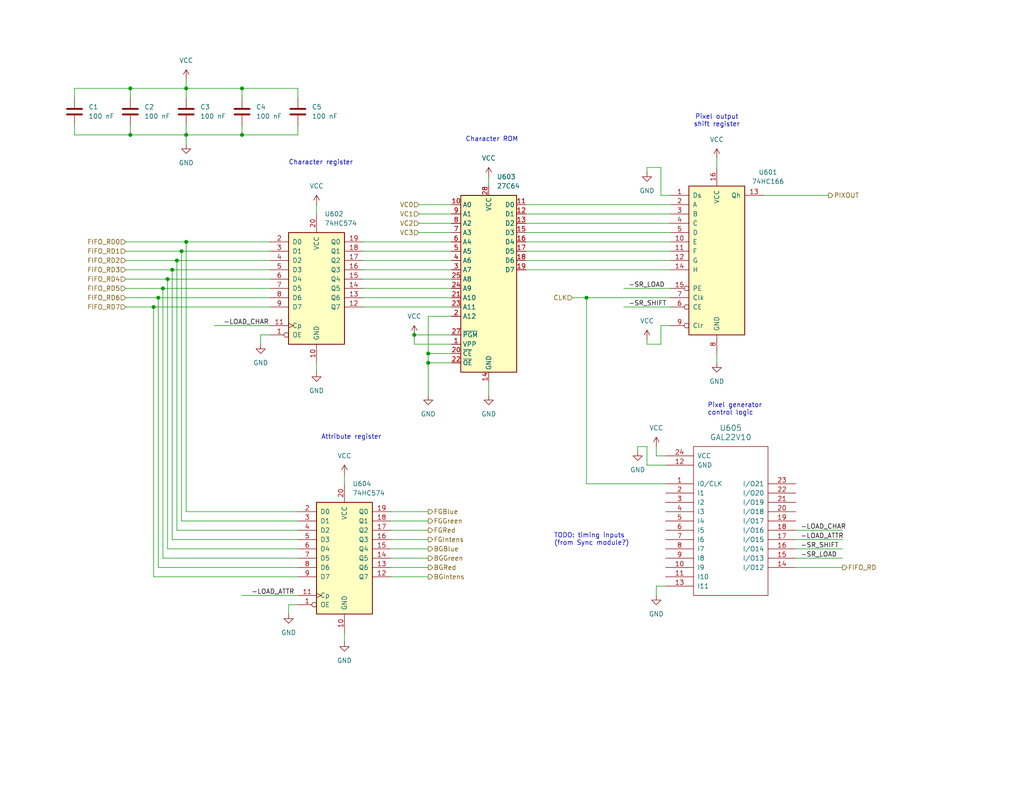
<source format=kicad_sch>
(kicad_sch (version 20231120) (generator "eeschema") (generator_version "8.0")
  (paper "USLetter")
  (title_block (title "Pixel output") (company "daveho hacks"))
  (lib_symbols
    (symbol "74xx:74LS166" (pin_names (offset 1.016))
      (property "Reference" "U" (at -7.62 21.59 0))
      (property "Value" "74LS166" (at -7.62 -21.59 0))
      (symbol "74LS166_1_0"
        (pin input line (at -12.7 17.78 0) (length 5.08) (name "Ds") (number "1"))
        (pin input line (at -12.7 5.08 0) (length 5.08) (name "E") (number "10"))
        (pin input line (at -12.7 2.54 0) (length 5.08) (name "F") (number "11"))
        (pin input line (at -12.7 0 0) (length 5.08) (name "G") (number "12"))
        (pin output line (at 12.7 17.78 180) (length 5.08) (name "Qh") (number "13"))
        (pin input line (at -12.7 -2.54 0) (length 5.08) (name "H") (number "14"))
        (pin input inverted (at -12.7 -7.62 0) (length 5.08) (name "PE") (number "15"))
        (pin power_in line (at 0 25.4 270) (length 5.08) (name "VCC") (number "16"))
        (pin input line (at -12.7 15.24 0) (length 5.08) (name "A") (number "2"))
        (pin input line (at -12.7 12.7 0) (length 5.08) (name "B") (number "3"))
        (pin input line (at -12.7 10.16 0) (length 5.08) (name "C") (number "4"))
        (pin input line (at -12.7 7.62 0) (length 5.08) (name "D") (number "5"))
        (pin input inverted (at -12.7 -12.7 0) (length 5.08) (name "CE") (number "6"))
        (pin input line (at -12.7 -10.16 0) (length 5.08) (name "Clk") (number "7"))
        (pin power_in line (at 0 -25.4 90) (length 5.08) (name "GND") (number "8"))
        (pin input inverted (at -12.7 -17.78 0) (length 5.08) (name "Clr") (number "9"))
      )
      (symbol "74LS166_1_1"
        (rectangle (start -7.62 20.32) (end 7.62 -20.32) (stroke (width 0.254)) (fill (type background)))
      )
    )
    (symbol "74xx:74LS574" (pin_names (offset 1.016))
      (property "Reference" "U" (at -7.62 16.51 0))
      (property "Value" "74LS574" (at -7.62 -16.51 0))
      (symbol "74LS574_1_0"
        (pin input inverted (at -12.7 -12.7 0) (length 5.08) (name "OE") (number "1"))
        (pin power_in line (at 0 -20.32 90) (length 5.08) (name "GND") (number "10"))
        (pin input clock (at -12.7 -10.16 0) (length 5.08) (name "Cp") (number "11"))
        (pin tri_state line (at 12.7 -5.08 180) (length 5.08) (name "Q7") (number "12"))
        (pin tri_state line (at 12.7 -2.54 180) (length 5.08) (name "Q6") (number "13"))
        (pin tri_state line (at 12.7 0 180) (length 5.08) (name "Q5") (number "14"))
        (pin tri_state line (at 12.7 2.54 180) (length 5.08) (name "Q4") (number "15"))
        (pin tri_state line (at 12.7 5.08 180) (length 5.08) (name "Q3") (number "16"))
        (pin tri_state line (at 12.7 7.62 180) (length 5.08) (name "Q2") (number "17"))
        (pin tri_state line (at 12.7 10.16 180) (length 5.08) (name "Q1") (number "18"))
        (pin tri_state line (at 12.7 12.7 180) (length 5.08) (name "Q0") (number "19"))
        (pin input line (at -12.7 12.7 0) (length 5.08) (name "D0") (number "2"))
        (pin power_in line (at 0 20.32 270) (length 5.08) (name "VCC") (number "20"))
        (pin input line (at -12.7 10.16 0) (length 5.08) (name "D1") (number "3"))
        (pin input line (at -12.7 7.62 0) (length 5.08) (name "D2") (number "4"))
        (pin input line (at -12.7 5.08 0) (length 5.08) (name "D3") (number "5"))
        (pin input line (at -12.7 2.54 0) (length 5.08) (name "D4") (number "6"))
        (pin input line (at -12.7 0 0) (length 5.08) (name "D5") (number "7"))
        (pin input line (at -12.7 -2.54 0) (length 5.08) (name "D6") (number "8"))
        (pin input line (at -12.7 -5.08 0) (length 5.08) (name "D7") (number "9"))
      )
      (symbol "74LS574_1_1"
        (rectangle (start -7.62 15.24) (end 7.62 -15.24) (stroke (width 0.254)) (fill (type background)))
      )
    )
    (symbol "Device:C" (pin_numbers hide) (pin_names (offset 0.254))
      (property "Reference" "C" (at 0.635 2.54 0))
      (property "Value" "C" (at 0.635 -2.54 0))
      (symbol "C_0_1"
        (polyline (pts (xy -2.032 -0.762) (xy 2.032 -0.762)) (stroke (width 0.508)))
        (polyline (pts (xy -2.032 0.762) (xy 2.032 0.762)) (stroke (width 0.508)))
      )
      (symbol "C_1_1"
        (pin passive line (at 0 3.81 270) (length 2.794) (name "~") (number "1"))
        (pin passive line (at 0 -3.81 90) (length 2.794) (name "~") (number "2"))
      )
    )
    (symbol "Memory_EPROM:27C64"
      (property "Reference" "U" (at -7.62 24.13 0))
      (property "Value" "27C64" (at 2.54 -26.67 0))
      (symbol "27C64_1_1"
        (rectangle (start -7.62 22.86) (end 7.62 -25.4) (stroke (width 0.254)) (fill (type background)))
        (pin input line (at -10.16 -17.78 0) (length 2.54) (name "VPP") (number "1"))
        (pin input line (at -10.16 20.32 0) (length 2.54) (name "A0") (number "10"))
        (pin tri_state line (at 10.16 20.32 180) (length 2.54) (name "D0") (number "11"))
        (pin tri_state line (at 10.16 17.78 180) (length 2.54) (name "D1") (number "12"))
        (pin tri_state line (at 10.16 15.24 180) (length 2.54) (name "D2") (number "13"))
        (pin power_in line (at 0 -27.94 90) (length 2.54) (name "GND") (number "14"))
        (pin tri_state line (at 10.16 12.7 180) (length 2.54) (name "D3") (number "15"))
        (pin tri_state line (at 10.16 10.16 180) (length 2.54) (name "D4") (number "16"))
        (pin tri_state line (at 10.16 7.62 180) (length 2.54) (name "D5") (number "17"))
        (pin tri_state line (at 10.16 5.08 180) (length 2.54) (name "D6") (number "18"))
        (pin tri_state line (at 10.16 2.54 180) (length 2.54) (name "D7") (number "19"))
        (pin input line (at -10.16 -10.16 0) (length 2.54) (name "A12") (number "2"))
        (pin input line (at -10.16 -20.32 0) (length 2.54) (name "~{CE}") (number "20"))
        (pin input line (at -10.16 -5.08 0) (length 2.54) (name "A10") (number "21"))
        (pin input line (at -10.16 -22.86 0) (length 2.54) (name "~{OE}") (number "22"))
        (pin input line (at -10.16 -7.62 0) (length 2.54) (name "A11") (number "23"))
        (pin input line (at -10.16 -2.54 0) (length 2.54) (name "A9") (number "24"))
        (pin input line (at -10.16 0 0) (length 2.54) (name "A8") (number "25"))
        (pin no_connect line (at 7.62 0 180) (length 2.54) hide (name "NC") (number "26"))
        (pin input line (at -10.16 -15.24 0) (length 2.54) (name "~{PGM}") (number "27"))
        (pin power_in line (at 0 25.4 270) (length 2.54) (name "VCC") (number "28"))
        (pin input line (at -10.16 2.54 0) (length 2.54) (name "A7") (number "3"))
        (pin input line (at -10.16 5.08 0) (length 2.54) (name "A6") (number "4"))
        (pin input line (at -10.16 7.62 0) (length 2.54) (name "A5") (number "5"))
        (pin input line (at -10.16 10.16 0) (length 2.54) (name "A4") (number "6"))
        (pin input line (at -10.16 12.7 0) (length 2.54) (name "A3") (number "7"))
        (pin input line (at -10.16 15.24 0) (length 2.54) (name "A2") (number "8"))
        (pin input line (at -10.16 17.78 0) (length 2.54) (name "A1") (number "9"))
      )
    )
    (symbol "power:GND" (power) (pin_numbers hide) (pin_names (offset 0) hide)
      (property "Value" "GND" (at 0 -3.81 0))
      (symbol "GND_0_1"
        (polyline (pts (xy 0 0) (xy 0 -1.27) (xy 1.27 -1.27) (xy 0 -2.54) (xy -1.27 -1.27) (xy 0 -1.27)))
      )
      (symbol "GND_1_1"
        (pin power_in line (at 0 0 270) (length 0) (name "~") (number "1"))
      )
    )
    (symbol "power:VCC" (power) (pin_numbers hide) (pin_names (offset 0) hide)
      (property "Value" "VCC" (at 0 3.556 0))
      (symbol "VCC_0_1"
        (polyline (pts (xy -0.762 1.27) (xy 0 2.54)))
        (polyline (pts (xy 0 0) (xy 0 2.54)))
        (polyline (pts (xy 0 2.54) (xy 0.762 1.27)))
      )
      (symbol "VCC_1_1"
        (pin power_in line (at 0 0 90) (length 0) (name "~") (number "1"))
      )
    )
    (symbol "ya68k:GAL22V10" (pin_names (offset 1.016))
      (property "Reference" "U" (at -1.27 20.32 0))
      (property "Value" "GAL22V10" (at 0 -24.13 0))
      (symbol "GAL22V10_0_1"
        (rectangle (start -10.16 19.05) (end 10.16 -21.59))
      )
      (symbol "GAL22V10_1_1"
        (pin input line (at -17.78 8.89 0) (length 7.62) (name "I0/CLK") (number "1"))
        (pin input line (at -17.78 -13.97 0) (length 7.62) (name "I9") (number "10"))
        (pin input line (at -17.78 -16.51 0) (length 7.62) (name "I10") (number "11"))
        (pin power_in line (at -17.78 13.97 0) (length 7.62) (name "GND") (number "12"))
        (pin input line (at -17.78 -19.05 0) (length 7.62) (name "I11") (number "13"))
        (pin bidirectional line (at 17.78 -13.97 180) (length 7.62) (name "I/O12") (number "14"))
        (pin bidirectional line (at 17.78 -11.43 180) (length 7.62) (name "I/O13") (number "15"))
        (pin bidirectional line (at 17.78 -8.89 180) (length 7.62) (name "I/O14") (number "16"))
        (pin bidirectional line (at 17.78 -6.35 180) (length 7.62) (name "I/O15") (number "17"))
        (pin bidirectional line (at 17.78 -3.81 180) (length 7.62) (name "I/O16") (number "18"))
        (pin bidirectional line (at 17.78 -1.27 180) (length 7.62) (name "I/O17") (number "19"))
        (pin input line (at -17.78 6.35 0) (length 7.62) (name "I1") (number "2"))
        (pin bidirectional line (at 17.78 1.27 180) (length 7.62) (name "I/O18") (number "20"))
        (pin bidirectional line (at 17.78 3.81 180) (length 7.62) (name "I/O19") (number "21"))
        (pin bidirectional line (at 17.78 6.35 180) (length 7.62) (name "I/O20") (number "22"))
        (pin bidirectional line (at 17.78 8.89 180) (length 7.62) (name "I/O21") (number "23"))
        (pin power_in line (at -17.78 16.51 0) (length 7.62) (name "VCC") (number "24"))
        (pin input line (at -17.78 3.81 0) (length 7.62) (name "I2") (number "3"))
        (pin input line (at -17.78 1.27 0) (length 7.62) (name "I3") (number "4"))
        (pin input line (at -17.78 -1.27 0) (length 7.62) (name "I4") (number "5"))
        (pin input line (at -17.78 -3.81 0) (length 7.62) (name "I5") (number "6"))
        (pin input line (at -17.78 -6.35 0) (length 7.62) (name "I6") (number "7"))
        (pin input line (at -17.78 -8.89 0) (length 7.62) (name "I7") (number "8"))
        (pin input line (at -17.78 -11.43 0) (length 7.62) (name "I8") (number "9"))
      )
    )
  )
  (junction (at 113.03 91.44))
  (junction (at 50.8 24.13))
  (junction (at 116.84 96.52))
  (junction (at 160.02 81.28))
  (junction (at 45.72 76.2))
  (junction (at 44.45 78.74))
  (junction (at 50.8 36.83))
  (junction (at 49.53 68.58))
  (junction (at 116.84 99.06))
  (junction (at 46.99 73.66))
  (junction (at 50.8 66.04))
  (junction (at 43.18 81.28))
  (junction (at 41.91 83.82))
  (junction (at 66.04 36.83))
  (junction (at 48.26 71.12))
  (junction (at 35.56 36.83))
  (junction (at 66.04 24.13))
  (junction (at 35.56 24.13))
  (wire (pts (xy 123.19 86.36) (xy 116.84 86.36)))
  (wire (pts (xy 99.06 68.58) (xy 123.19 68.58)))
  (wire (pts (xy 160.02 81.28) (xy 182.88 81.28)))
  (wire (pts (xy 81.28 165.1) (xy 78.74 165.1)))
  (wire (pts (xy 45.72 76.2) (xy 73.66 76.2)))
  (wire (pts (xy 93.98 172.72) (xy 93.98 175.26)))
  (wire (pts (xy 35.56 24.13) (xy 50.8 24.13)))
  (wire (pts (xy 34.29 83.82) (xy 41.91 83.82)))
  (wire (pts (xy 179.07 121.92) (xy 179.07 124.46)))
  (wire (pts (xy 45.72 149.86) (xy 45.72 76.2)))
  (wire (pts (xy 208.28 53.34) (xy 226.06 53.34)))
  (wire (pts (xy 143.51 73.66) (xy 182.88 73.66)))
  (wire (pts (xy 217.17 149.86) (xy 229.87 149.86)))
  (wire (pts (xy 50.8 21.59) (xy 50.8 24.13)))
  (wire (pts (xy 81.28 144.78) (xy 48.26 144.78)))
  (wire (pts (xy 81.28 142.24) (xy 49.53 142.24)))
  (wire (pts (xy 217.17 144.78) (xy 229.87 144.78)))
  (wire (pts (xy 41.91 157.48) (xy 41.91 83.82)))
  (wire (pts (xy 99.06 81.28) (xy 123.19 81.28)))
  (wire (pts (xy 35.56 34.29) (xy 35.56 36.83)))
  (wire (pts (xy 44.45 152.4) (xy 44.45 78.74)))
  (wire (pts (xy 58.42 88.9) (xy 73.66 88.9)))
  (wire (pts (xy 160.02 132.08) (xy 160.02 81.28)))
  (wire (pts (xy 181.61 127) (xy 176.53 127)))
  (wire (pts (xy 66.04 24.13) (xy 66.04 26.67)))
  (wire (pts (xy 114.3 60.96) (xy 123.19 60.96)))
  (wire (pts (xy 81.28 152.4) (xy 44.45 152.4)))
  (wire (pts (xy 43.18 154.94) (xy 43.18 81.28)))
  (wire (pts (xy 99.06 76.2) (xy 123.19 76.2)))
  (wire (pts (xy 20.32 24.13) (xy 35.56 24.13)))
  (wire (pts (xy 81.28 149.86) (xy 45.72 149.86)))
  (wire (pts (xy 217.17 147.32) (xy 229.87 147.32)))
  (wire (pts (xy 106.68 154.94) (xy 116.84 154.94)))
  (wire (pts (xy 114.3 58.42) (xy 123.19 58.42)))
  (wire (pts (xy 34.29 66.04) (xy 50.8 66.04)))
  (wire (pts (xy 99.06 83.82) (xy 123.19 83.82)))
  (wire (pts (xy 106.68 139.7) (xy 116.84 139.7)))
  (wire (pts (xy 170.18 83.82) (xy 182.88 83.82)))
  (wire (pts (xy 173.99 121.92) (xy 173.99 123.19)))
  (wire (pts (xy 81.28 154.94) (xy 43.18 154.94)))
  (wire (pts (xy 143.51 55.88) (xy 182.88 55.88)))
  (wire (pts (xy 176.53 93.98) (xy 180.34 93.98)))
  (wire (pts (xy 81.28 24.13) (xy 81.28 26.67)))
  (wire (pts (xy 116.84 99.06) (xy 123.19 99.06)))
  (wire (pts (xy 66.04 24.13) (xy 81.28 24.13)))
  (wire (pts (xy 106.68 144.78) (xy 116.84 144.78)))
  (wire (pts (xy 106.68 142.24) (xy 116.84 142.24)))
  (wire (pts (xy 49.53 142.24) (xy 49.53 68.58)))
  (wire (pts (xy 180.34 88.9) (xy 180.34 93.98)))
  (wire (pts (xy 195.58 43.18) (xy 195.58 45.72)))
  (wire (pts (xy 50.8 139.7) (xy 50.8 66.04)))
  (wire (pts (xy 116.84 96.52) (xy 116.84 99.06)))
  (wire (pts (xy 114.3 55.88) (xy 123.19 55.88)))
  (wire (pts (xy 116.84 99.06) (xy 116.84 107.95)))
  (wire (pts (xy 180.34 53.34) (xy 180.34 45.72)))
  (wire (pts (xy 50.8 36.83) (xy 50.8 39.37)))
  (wire (pts (xy 34.29 71.12) (xy 48.26 71.12)))
  (wire (pts (xy 35.56 36.83) (xy 50.8 36.83)))
  (wire (pts (xy 123.19 93.98) (xy 113.03 93.98)))
  (wire (pts (xy 41.91 83.82) (xy 73.66 83.82)))
  (wire (pts (xy 73.66 91.44) (xy 71.12 91.44)))
  (wire (pts (xy 182.88 53.34) (xy 180.34 53.34)))
  (wire (pts (xy 81.28 36.83) (xy 81.28 34.29)))
  (wire (pts (xy 86.36 55.88) (xy 86.36 58.42)))
  (wire (pts (xy 106.68 147.32) (xy 116.84 147.32)))
  (wire (pts (xy 176.53 121.92) (xy 173.99 121.92)))
  (wire (pts (xy 66.04 34.29) (xy 66.04 36.83)))
  (wire (pts (xy 181.61 132.08) (xy 160.02 132.08)))
  (wire (pts (xy 106.68 149.86) (xy 116.84 149.86)))
  (wire (pts (xy 20.32 26.67) (xy 20.32 24.13)))
  (wire (pts (xy 176.53 127) (xy 176.53 121.92)))
  (wire (pts (xy 50.8 36.83) (xy 66.04 36.83)))
  (wire (pts (xy 170.18 78.74) (xy 182.88 78.74)))
  (wire (pts (xy 81.28 147.32) (xy 46.99 147.32)))
  (wire (pts (xy 86.36 99.06) (xy 86.36 101.6)))
  (wire (pts (xy 180.34 45.72) (xy 176.53 45.72)))
  (wire (pts (xy 143.51 68.58) (xy 182.88 68.58)))
  (wire (pts (xy 34.29 76.2) (xy 45.72 76.2)))
  (wire (pts (xy 143.51 58.42) (xy 182.88 58.42)))
  (wire (pts (xy 34.29 81.28) (xy 43.18 81.28)))
  (wire (pts (xy 99.06 78.74) (xy 123.19 78.74)))
  (wire (pts (xy 99.06 66.04) (xy 123.19 66.04)))
  (wire (pts (xy 48.26 71.12) (xy 73.66 71.12)))
  (wire (pts (xy 71.12 91.44) (xy 71.12 93.98)))
  (wire (pts (xy 44.45 78.74) (xy 73.66 78.74)))
  (wire (pts (xy 99.06 73.66) (xy 123.19 73.66)))
  (wire (pts (xy 133.35 104.14) (xy 133.35 107.95)))
  (wire (pts (xy 43.18 81.28) (xy 73.66 81.28)))
  (wire (pts (xy 143.51 66.04) (xy 182.88 66.04)))
  (wire (pts (xy 50.8 66.04) (xy 73.66 66.04)))
  (wire (pts (xy 93.98 129.54) (xy 93.98 132.08)))
  (wire (pts (xy 143.51 71.12) (xy 182.88 71.12)))
  (wire (pts (xy 46.99 73.66) (xy 73.66 73.66)))
  (wire (pts (xy 143.51 63.5) (xy 182.88 63.5)))
  (wire (pts (xy 81.28 139.7) (xy 50.8 139.7)))
  (wire (pts (xy 114.3 63.5) (xy 123.19 63.5)))
  (wire (pts (xy 35.56 24.13) (xy 35.56 26.67)))
  (wire (pts (xy 176.53 92.71) (xy 176.53 93.98)))
  (wire (pts (xy 217.17 152.4) (xy 229.87 152.4)))
  (wire (pts (xy 78.74 165.1) (xy 78.74 167.64)))
  (wire (pts (xy 123.19 91.44) (xy 113.03 91.44)))
  (wire (pts (xy 116.84 96.52) (xy 123.19 96.52)))
  (wire (pts (xy 99.06 71.12) (xy 123.19 71.12)))
  (wire (pts (xy 143.51 60.96) (xy 182.88 60.96)))
  (wire (pts (xy 50.8 24.13) (xy 50.8 26.67)))
  (wire (pts (xy 106.68 152.4) (xy 116.84 152.4)))
  (wire (pts (xy 181.61 160.02) (xy 179.07 160.02)))
  (wire (pts (xy 66.04 162.56) (xy 81.28 162.56)))
  (wire (pts (xy 66.04 36.83) (xy 81.28 36.83)))
  (wire (pts (xy 195.58 96.52) (xy 195.58 99.06)))
  (wire (pts (xy 50.8 24.13) (xy 66.04 24.13)))
  (wire (pts (xy 116.84 86.36) (xy 116.84 96.52)))
  (wire (pts (xy 34.29 68.58) (xy 49.53 68.58)))
  (wire (pts (xy 50.8 34.29) (xy 50.8 36.83)))
  (wire (pts (xy 81.28 157.48) (xy 41.91 157.48)))
  (wire (pts (xy 20.32 34.29) (xy 20.32 36.83)))
  (wire (pts (xy 182.88 88.9) (xy 180.34 88.9)))
  (wire (pts (xy 217.17 154.94) (xy 229.87 154.94)))
  (wire (pts (xy 113.03 93.98) (xy 113.03 91.44)))
  (wire (pts (xy 133.35 48.26) (xy 133.35 50.8)))
  (wire (pts (xy 48.26 144.78) (xy 48.26 71.12)))
  (wire (pts (xy 34.29 73.66) (xy 46.99 73.66)))
  (wire (pts (xy 34.29 78.74) (xy 44.45 78.74)))
  (wire (pts (xy 181.61 124.46) (xy 179.07 124.46)))
  (wire (pts (xy 179.07 160.02) (xy 179.07 162.56)))
  (wire (pts (xy 49.53 68.58) (xy 73.66 68.58)))
  (wire (pts (xy 20.32 36.83) (xy 35.56 36.83)))
  (wire (pts (xy 46.99 147.32) (xy 46.99 73.66)))
  (wire (pts (xy 156.21 81.28) (xy 160.02 81.28)))
  (wire (pts (xy 106.68 157.48) (xy 116.84 157.48)))
  (wire (pts (xy 176.53 45.72) (xy 176.53 46.99)))
  (text "Character ROM" (at 127 38.1 0) (effects (font (size 1.27 1.27)) (justify left)))
  (text "Character register" (at 78.74 44.45 0) (effects (font (size 1.27 1.27)) (justify left)))
  (text "Pixel output\nshift register" (at 195.58 33.02 0) (effects (font (size 1.27 1.27))))
  (text "TODO: timing inputs\n(from Sync module?)" (at 151.13 147.32 0) (effects (font (size 1.27 1.27)) (justify left)))
  (text "Pixel generator\ncontrol logic" (at 193.04 111.76 0) (effects (font (size 1.27 1.27)) (justify left)))
  (text "Attribute register" (at 87.63 119.38 0) (effects (font (size 1.27 1.27)) (justify left)))
  (label "-SR_SHIFT" (at 218.44 149.86 0))
  (label "-LOAD_ATTR" (at 218.44 147.32 0))
  (label "-LOAD_ATTR" (at 68.58 162.56 0))
  (label "-SR_SHIFT" (at 171.45 83.82 0))
  (label "-SR_LOAD" (at 218.44 152.4 0))
  (label "-LOAD_CHAR" (at 60.96 88.9 0))
  (label "-LOAD_CHAR" (at 218.44 144.78 0))
  (label "-SR_LOAD" (at 171.45 78.74 0))
  (hierarchical_label "BGGreen" (shape output) (at 116.84 152.4 0))
  (hierarchical_label "BGBlue" (shape output) (at 116.84 149.86 0))
  (hierarchical_label "FIFO_RD6" (shape input) (at 34.29 81.28 180))
  (hierarchical_label "VC0" (shape input) (at 114.3 55.88 180))
  (hierarchical_label "FGIntens" (shape output) (at 116.84 147.32 0))
  (hierarchical_label "FGRed" (shape output) (at 116.84 144.78 0))
  (hierarchical_label "VC1" (shape input) (at 114.3 58.42 180))
  (hierarchical_label "FIFO_RD" (shape output) (at 229.87 154.94 0))
  (hierarchical_label "FGBlue" (shape output) (at 116.84 139.7 0))
  (hierarchical_label "PIXOUT" (shape output) (at 226.06 53.34 0))
  (hierarchical_label "FIFO_RD2" (shape input) (at 34.29 71.12 180))
  (hierarchical_label "FIFO_RD7" (shape input) (at 34.29 83.82 180))
  (hierarchical_label "VC2" (shape input) (at 114.3 60.96 180))
  (hierarchical_label "VC3" (shape input) (at 114.3 63.5 180))
  (hierarchical_label "FIFO_RD4" (shape input) (at 34.29 76.2 180))
  (hierarchical_label "FIFO_RD3" (shape input) (at 34.29 73.66 180))
  (hierarchical_label "BGIntens" (shape output) (at 116.84 157.48 0))
  (hierarchical_label "FGGreen" (shape output) (at 116.84 142.24 0))
  (hierarchical_label "FIFO_RD5" (shape input) (at 34.29 78.74 180))
  (hierarchical_label "CLK" (shape input) (at 156.21 81.28 180))
  (hierarchical_label "FIFO_RD1" (shape input) (at 34.29 68.58 180))
  (hierarchical_label "FIFO_RD0" (shape input) (at 34.29 66.04 180))
  (hierarchical_label "BGRed" (shape output) (at 116.84 154.94 0))
  (symbol (lib_id "power:VCC") (at 93.98 129.54 0) (unit 1)
    (property "Reference" "#PWR078" (effects (hide yes)))
    (property "Value" "VCC" (at 93.98 124.46 0))
    (property "Description" "Power symbol creates a global label with name \"VCC\"" (effects (hide yes)))
  )
  (symbol (lib_id "Device:C") (at 50.8 30.48 0) (unit 1)
    (property "Reference" "C3" (at 54.61 29.2099 0) (effects (justify left)))
    (property "Value" "100 nF" (at 54.61 31.7499 0) (effects (justify left)))
    (property "Description" "Unpolarized capacitor" (effects (hide yes)))
  )
  (symbol (lib_id "Device:C") (at 35.56 30.48 0) (unit 1)
    (property "Reference" "C2" (at 39.37 29.2099 0) (effects (justify left)))
    (property "Value" "100 nF" (at 39.37 31.7499 0) (effects (justify left)))
    (property "Description" "Unpolarized capacitor" (effects (hide yes)))
  )
  (symbol (lib_id "power:VCC") (at 113.03 91.44 0) (unit 1)
    (property "Reference" "#PWR072" (effects (hide yes)))
    (property "Value" "VCC" (at 113.03 86.36 0))
    (property "Description" "Power symbol creates a global label with name \"VCC\"" (effects (hide yes)))
  )
  (symbol (lib_id "74xx:74LS574") (at 86.36 78.74 0) (unit 1)
    (property "Reference" "U602" (at 88.5541 58.42 0) (effects (justify left)))
    (property "Value" "74HC574" (at 88.5541 60.96 0) (effects (justify left)))
    (property "Datasheet" "http://www.ti.com/lit/gpn/sn74LS574" (effects (hide yes)))
    (property "Description" "8-bit Register, 3-state outputs" (effects (hide yes)))
  )
  (symbol (lib_id "power:GND") (at 116.84 107.95 0) (unit 1)
    (property "Reference" "#PWR070" (effects (hide yes)))
    (property "Value" "GND" (at 116.84 113.03 0))
    (property "Description" "Power symbol creates a global label with name \"GND\" , ground" (effects (hide yes)))
  )
  (symbol (lib_id "74xx:74LS166") (at 195.58 71.12 0) (unit 1)
    (property "Reference" "U601" (at 209.55 47.0214 0))
    (property "Value" "74HC166" (at 209.55 49.5614 0))
    (property "Datasheet" "http://www.ti.com/lit/gpn/sn74LS166" (effects (hide yes)))
    (property "Description" "Shift Register 8-bit, parallel load" (effects (hide yes)))
  )
  (symbol (lib_id "power:GND") (at 173.99 123.19 0) (unit 1)
    (property "Reference" "#PWR066" (effects (hide yes)))
    (property "Value" "GND" (at 173.99 128.27 0))
    (property "Description" "Power symbol creates a global label with name \"GND\" , ground" (effects (hide yes)))
  )
  (symbol (lib_id "power:VCC") (at 179.07 121.92 0) (unit 1)
    (property "Reference" "#PWR065" (effects (hide yes)))
    (property "Value" "VCC" (at 179.07 116.84 0))
    (property "Description" "Power symbol creates a global label with name \"VCC\"" (effects (hide yes)))
  )
  (symbol (lib_id "ya68k:GAL22V10") (at 199.39 140.97 0) (unit 1)
    (property "Reference" "U605" (at 199.39 116.84 0) (effects (font (size 1.524 1.524))))
    (property "Value" "GAL22V10" (at 199.39 119.38 0) (effects (font (size 1.524 1.524))))
  )
  (symbol (lib_id "Device:C") (at 66.04 30.48 0) (unit 1)
    (property "Reference" "C4" (at 69.85 29.2099 0) (effects (justify left)))
    (property "Value" "100 nF" (at 69.85 31.7499 0) (effects (justify left)))
    (property "Description" "Unpolarized capacitor" (effects (hide yes)))
  )
  (symbol (lib_id "power:GND") (at 176.53 46.99 0) (unit 1)
    (property "Reference" "#PWR068" (effects (hide yes)))
    (property "Value" "GND" (at 176.53 52.07 0))
    (property "Description" "Power symbol creates a global label with name \"GND\" , ground" (effects (hide yes)))
  )
  (symbol (lib_id "Memory_EPROM:27C64") (at 133.35 76.2 0) (unit 1)
    (property "Reference" "U603" (at 135.5441 48.26 0) (effects (justify left)))
    (property "Value" "27C64" (at 135.5441 50.8 0) (effects (justify left)))
    (property "Footprint" "Package_DIP:DIP-28_W15.24mm" (effects (hide yes)))
    (property "Datasheet" "http://ww1.microchip.com/downloads/en/DeviceDoc/11107M.pdf" (effects (hide yes)))
    (property "Description" "OTP EPROM 64 KiBit, [Obsolete 2004-01]" (effects (hide yes)))
  )
  (symbol (lib_id "Device:C") (at 20.32 30.48 0) (unit 1)
    (property "Reference" "C1" (at 24.13 29.2099 0) (effects (justify left)))
    (property "Value" "100 nF" (at 24.13 31.7499 0) (effects (justify left)))
    (property "Description" "Unpolarized capacitor" (effects (hide yes)))
  )
  (symbol (lib_id "Device:C") (at 81.28 30.48 0) (unit 1)
    (property "Reference" "C5" (at 85.09 29.2099 0) (effects (justify left)))
    (property "Value" "100 nF" (at 85.09 31.7499 0) (effects (justify left)))
    (property "Description" "Unpolarized capacitor" (effects (hide yes)))
  )
  (symbol (lib_id "power:VCC") (at 50.8 21.59 0) (unit 1)
    (property "Reference" "#PWR082" (effects (hide yes)))
    (property "Value" "VCC" (at 50.8 16.51 0))
    (property "Description" "Power symbol creates a global label with name \"VCC\"" (effects (hide yes)))
  )
  (symbol (lib_id "power:GND") (at 133.35 107.95 0) (unit 1)
    (property "Reference" "#PWR071" (effects (hide yes)))
    (property "Value" "GND" (at 133.35 113.03 0))
    (property "Description" "Power symbol creates a global label with name \"GND\" , ground" (effects (hide yes)))
  )
  (symbol (lib_id "power:GND") (at 78.74 167.64 0) (unit 1)
    (property "Reference" "#PWR074" (effects (hide yes)))
    (property "Value" "GND" (at 78.74 172.72 0))
    (property "Description" "Power symbol creates a global label with name \"GND\" , ground" (effects (hide yes)))
  )
  (symbol (lib_id "power:GND") (at 179.07 162.56 0) (unit 1)
    (property "Reference" "#PWR067" (effects (hide yes)))
    (property "Value" "GND" (at 179.07 167.64 0))
    (property "Description" "Power symbol creates a global label with name \"GND\" , ground" (effects (hide yes)))
  )
  (symbol (lib_id "power:GND") (at 50.8 39.37 0) (unit 1)
    (property "Reference" "#PWR083" (effects (hide yes)))
    (property "Value" "GND" (at 50.8 44.45 0))
    (property "Description" "Power symbol creates a global label with name \"GND\" , ground" (effects (hide yes)))
  )
  (symbol (lib_id "power:VCC") (at 195.58 43.18 0) (unit 1)
    (property "Reference" "#PWR075" (effects (hide yes)))
    (property "Value" "VCC" (at 195.58 38.1 0))
    (property "Description" "Power symbol creates a global label with name \"VCC\"" (effects (hide yes)))
  )
  (symbol (lib_id "power:GND") (at 71.12 93.98 0) (unit 1)
    (property "Reference" "#PWR073" (effects (hide yes)))
    (property "Value" "GND" (at 71.12 99.06 0))
    (property "Description" "Power symbol creates a global label with name \"GND\" , ground" (effects (hide yes)))
  )
  (symbol (lib_id "power:VCC") (at 133.35 48.26 0) (unit 1)
    (property "Reference" "#PWR076" (effects (hide yes)))
    (property "Value" "VCC" (at 133.35 43.18 0))
    (property "Description" "Power symbol creates a global label with name \"VCC\"" (effects (hide yes)))
  )
  (symbol (lib_id "power:GND") (at 86.36 101.6 0) (unit 1)
    (property "Reference" "#PWR080" (effects (hide yes)))
    (property "Value" "GND" (at 86.36 106.68 0))
    (property "Description" "Power symbol creates a global label with name \"GND\" , ground" (effects (hide yes)))
  )
  (symbol (lib_id "power:GND") (at 93.98 175.26 0) (unit 1)
    (property "Reference" "#PWR081" (effects (hide yes)))
    (property "Value" "GND" (at 93.98 180.34 0))
    (property "Description" "Power symbol creates a global label with name \"GND\" , ground" (effects (hide yes)))
  )
  (symbol (lib_id "power:GND") (at 195.58 99.06 0) (unit 1)
    (property "Reference" "#PWR079" (effects (hide yes)))
    (property "Value" "GND" (at 195.58 104.14 0))
    (property "Description" "Power symbol creates a global label with name \"GND\" , ground" (effects (hide yes)))
  )
  (symbol (lib_id "power:VCC") (at 86.36 55.88 0) (unit 1)
    (property "Reference" "#PWR077" (effects (hide yes)))
    (property "Value" "VCC" (at 86.36 50.8 0))
    (property "Description" "Power symbol creates a global label with name \"VCC\"" (effects (hide yes)))
  )
  (symbol (lib_id "74xx:74LS574") (at 93.98 152.4 0) (unit 1)
    (property "Reference" "U604" (at 96.1741 132.08 0) (effects (justify left)))
    (property "Value" "74HC574" (at 96.1741 134.62 0) (effects (justify left)))
    (property "Datasheet" "http://www.ti.com/lit/gpn/sn74LS574" (effects (hide yes)))
    (property "Description" "8-bit Register, 3-state outputs" (effects (hide yes)))
  )
  (symbol (lib_id "power:VCC") (at 176.53 92.71 0) (unit 1)
    (property "Reference" "#PWR069" (effects (hide yes)))
    (property "Value" "VCC" (at 176.53 87.63 0))
    (property "Description" "Power symbol creates a global label with name \"VCC\"" (effects (hide yes)))
  )
)
</source>
